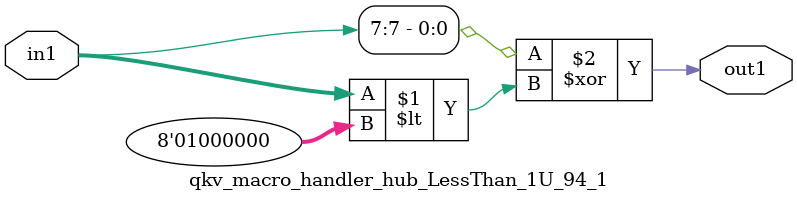
<source format=v>

`timescale 1ps / 1ps


module qkv_macro_handler_hub_LessThan_1U_94_1( in1, out1 );

    input [7:0] in1;
    output out1;

    
    // rtl_process:qkv_macro_handler_hub_LessThan_1U_94_1/qkv_macro_handler_hub_LessThan_1U_94_1_thread_1
    assign out1 = (in1[7] ^ in1 < 8'd064);

endmodule


</source>
